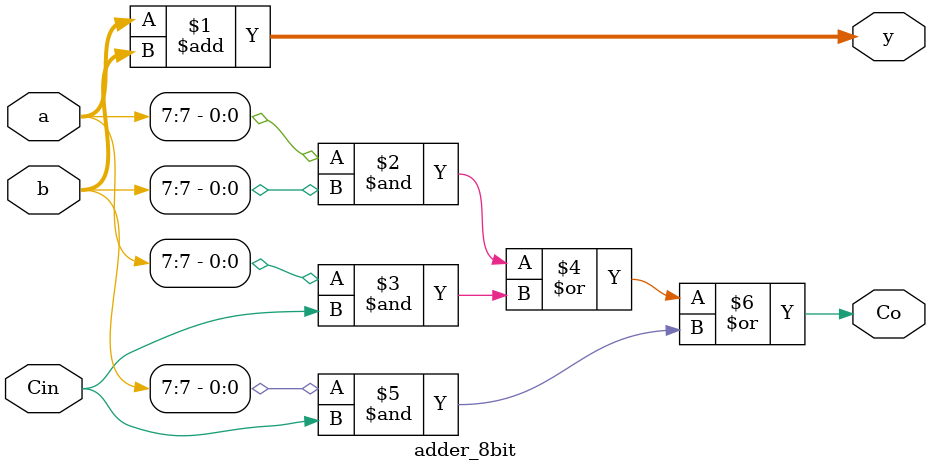
<source format=v>
module adder_16bit (
    input wire [15:0] a,
    input wire [15:0] b,
    input wire Cin,
    output wire [15:0] y,
    output wire Co
);

// Define the number of 8-bit adders required for 16-bit addition
localparam NUM_ADDERS = 2;

// Instantiate 8-bit adders with Carry-in and Carry-out ports
adder_8bit #(.WIDTH(8)) adder1 (
    .a({a[15], a[7:0]}),
    .b({b[15], b[7:0]}),
    .Cin(Cin),
    .y({y[15:8], Co}),
    .Co()
);

adder_8bit #(.WIDTH(8)) adder2 (
    .a({a[7:0], a[3:0]}),
    .b({b[7:0], b[3:0]}),
    .Cin(y[15]),
    .y({y[7:4], Co}),
    .Co()
);

adder_8bit #(.WIDTH(4)) adder3 (
    .a(a[3:0]),
    .b(b[3:0]),
    .Cin(Co),
    .y(y[3:0]),
    .Co(Co)
);
endmodule

// Define a smaller 8-bit full adder module
module adder_8bit #(
    parameter WIDTH = 8
) (
    input wire [WIDTH-1:0] a,
    input wire [WIDTH-1:0] b,
    input wire Cin,
    output wire [WIDTH-1:0] y,
    output wire Co
);

// Calculate the sum of A and B
assign y = a + b;

// Calculate the Carry-out (Co)
assign Co = (a[WIDTH-1] & b[WIDTH-1]) | (a[WIDTH-1] & Cin) | (b[WIDTH-1] & Cin);
endmodule
</source>
